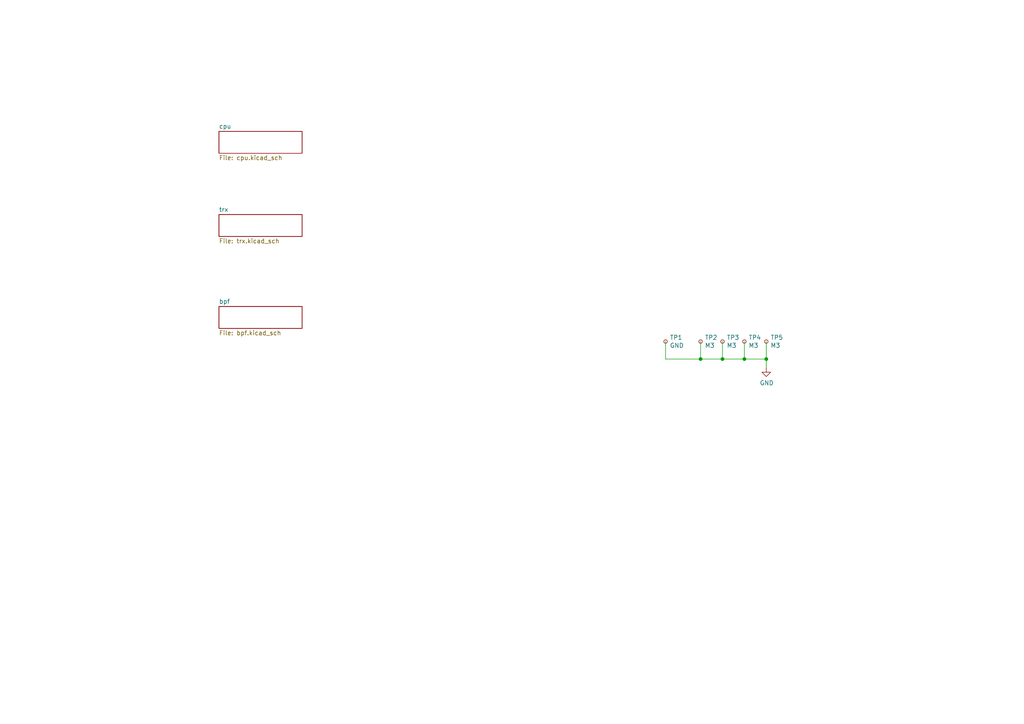
<source format=kicad_sch>
(kicad_sch (version 20211123) (generator eeschema)
  (paper "A4")
  (title_block (title "QRP-TNC") (date "2022-05-03") (company "PRUG"))
  (lib_symbols
    (symbol "Connector:TestPoint_Small" (pin_numbers hide) (pin_names (offset 0.762) hide)
      (property "Reference" "TP" (at 0 3.81 0))
      (property "Value" "TestPoint_Small" (at 0 2.032 0))
      (symbol "TestPoint_Small_0_1"
        (circle (center 0 0) (radius 0.508))
      )
      (symbol "TestPoint_Small_1_1"
        (pin passive line (at 0 0 90) (length 0) (name "1") (number "1"))
      )
    )
    (symbol "power:GND" (power) (pin_names (offset 0))
      (property "Value" "GND" (at 0 -3.81 0))
      (symbol "GND_0_1"
        (polyline (pts (xy 0 0) (xy 0 -1.27) (xy 1.27 -1.27) (xy 0 -2.54) (xy -1.27 -1.27) (xy 0 -1.27)))
      )
      (symbol "GND_1_1"
        (pin power_in line (at 0 0 270) (length 0) hide (name "GND") (number "1"))
      )
    )
  )
  (junction (at 209.55 104.14))
  (junction (at 203.2 104.14))
  (junction (at 215.9 104.14))
  (junction (at 222.25 104.14))
  (wire (pts (xy 215.9 104.14) (xy 222.25 104.14)))
  (wire (pts (xy 193.04 104.14) (xy 203.2 104.14)))
  (wire (pts (xy 215.9 99.06) (xy 215.9 104.14)))
  (wire (pts (xy 203.2 99.06) (xy 203.2 104.14)))
  (wire (pts (xy 209.55 104.14) (xy 215.9 104.14)))
  (wire (pts (xy 222.25 104.14) (xy 222.25 106.68)))
  (wire (pts (xy 193.04 99.06) (xy 193.04 104.14)))
  (wire (pts (xy 203.2 104.14) (xy 209.55 104.14)))
  (wire (pts (xy 209.55 99.06) (xy 209.55 104.14)))
  (wire (pts (xy 222.25 99.06) (xy 222.25 104.14)))
  (symbol (lib_id "Connector:TestPoint_Small") (at 203.2 99.06 0) (unit 1)
    (property "Reference" "TP2" (at 204.4192 97.8916 0) (effects (justify left)))
    (property "Value" "M3" (at 204.4192 100.203 0) (effects (justify left)))
    (property "Footprint" "MountingHole:MountingHole_3.5mm_Pad" (effects hide))
  )
  (symbol (lib_id "power:GND") (at 222.25 106.68 0) (unit 1)
    (property "Reference" "#PWR02" (effects hide))
    (property "Value" "GND" (at 222.377 111.0742 0))
  )
  (symbol (lib_id "Connector:TestPoint_Small") (at 209.55 99.06 0) (unit 1)
    (property "Reference" "TP3" (at 210.7692 97.8916 0) (effects (justify left)))
    (property "Value" "M3" (at 210.7692 100.203 0) (effects (justify left)))
    (property "Footprint" "MountingHole:MountingHole_3.5mm_Pad" (effects hide))
  )
  (symbol (lib_id "Connector:TestPoint_Small") (at 215.9 99.06 0) (unit 1)
    (property "Reference" "TP4" (at 217.1192 97.8916 0) (effects (justify left)))
    (property "Value" "M3" (at 217.1192 100.203 0) (effects (justify left)))
    (property "Footprint" "MountingHole:MountingHole_3.5mm_Pad" (effects hide))
  )
  (symbol (lib_id "Connector:TestPoint_Small") (at 222.25 99.06 0) (unit 1)
    (property "Reference" "TP5" (at 223.4692 97.8916 0) (effects (justify left)))
    (property "Value" "M3" (at 223.4692 100.203 0) (effects (justify left)))
    (property "Footprint" "MountingHole:MountingHole_3.5mm_Pad" (effects hide))
  )
  (symbol (lib_id "Connector:TestPoint_Small") (at 193.04 99.06 0) (unit 1)
    (property "Reference" "TP1" (at 194.2592 97.8916 0) (effects (justify left)))
    (property "Value" "GND" (at 194.2592 100.203 0) (effects (justify left)))
    (property "Footprint" "Connector_PinHeader_2.54mm:PinHeader_1x01_P2.54mm_Vertical" (effects hide))
  )
  (sheet (at 63.5 38.1) (size 24.13 6.35)
    (property "Sheet name" "cpu" (at 63.5 37.3884 0) (effects (justify left bottom)))
    (property "Sheet file" "cpu.kicad_sch" (at 63.5 45.0346 0) (effects (justify left top)))
  )
  (sheet (at 63.5 62.23) (size 24.13 6.35)
    (property "Sheet name" "trx" (at 63.5 61.5184 0) (effects (justify left bottom)))
    (property "Sheet file" "trx.kicad_sch" (at 63.5 69.1646 0) (effects (justify left top)))
  )
  (sheet (at 63.5 88.9) (size 24.13 6.35)
    (property "Sheet name" "bpf" (at 63.5 88.1884 0) (effects (justify left bottom)))
    (property "Sheet file" "bpf.kicad_sch" (at 63.5 95.8346 0) (effects (justify left top)))
  )
)
</source>
